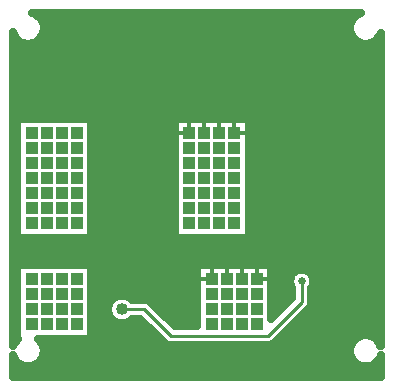
<source format=gbr>
G04 DipTrace 3.0.0.2*
G04 Bottom.gbr*
%MOIN*%
G04 #@! TF.FileFunction,Copper,L2,Bot*
G04 #@! TF.Part,Single*
G04 #@! TA.AperFunction,Conductor*
%ADD17C,0.01*%
G04 #@! TA.AperFunction,CopperBalancing*
%ADD19C,0.013*%
%ADD20C,0.025*%
G04 #@! TA.AperFunction,ComponentPad*
%ADD30R,0.044X0.044*%
G04 #@! TA.AperFunction,ViaPad*
%ADD32C,0.04*%
%ADD34C,0.026*%
%FSLAX26Y26*%
G04*
G70*
G90*
G75*
G01*
G04 Bottom*
%LPD*%
X794000Y656500D2*
D17*
X869000D1*
X956500Y569000D1*
X1281500D1*
X1393500Y681000D1*
Y750500D1*
D32*
X981500Y1406500D3*
X794000Y1381500D3*
X856500Y531500D3*
X1569000Y1294000D3*
Y881500D3*
X794000Y656500D3*
D34*
X1393500Y750500D3*
X529533Y1619131D2*
D20*
X1558467D1*
X535978Y1594262D2*
X1552022D1*
X529825Y1569394D2*
X1558175D1*
X434000Y1544525D2*
X463009D1*
X499991D2*
X1588009D1*
X1624991D2*
X1654025D1*
X434000Y1519656D2*
X1654025D1*
X434000Y1494787D2*
X1654025D1*
X434000Y1469919D2*
X1654025D1*
X434000Y1445050D2*
X1654025D1*
X434000Y1420181D2*
X1654025D1*
X434000Y1395312D2*
X1654025D1*
X434000Y1370444D2*
X1654025D1*
X434000Y1345575D2*
X1654025D1*
X434000Y1320706D2*
X1654025D1*
X434000Y1295837D2*
X1654025D1*
X434000Y1270969D2*
X442990D1*
X695010D2*
X967990D1*
X1220010D2*
X1654025D1*
X434000Y1246100D2*
X442990D1*
X695010D2*
X967990D1*
X1220010D2*
X1654025D1*
X434000Y1221231D2*
X442990D1*
X695010D2*
X967990D1*
X1220010D2*
X1654025D1*
X434000Y1196362D2*
X442990D1*
X695010D2*
X967990D1*
X1220010D2*
X1654025D1*
X434000Y1171493D2*
X442990D1*
X695010D2*
X967990D1*
X1220010D2*
X1654025D1*
X434000Y1146625D2*
X442990D1*
X695010D2*
X967990D1*
X1220010D2*
X1654025D1*
X434000Y1121756D2*
X442990D1*
X695010D2*
X967990D1*
X1220010D2*
X1654025D1*
X434000Y1096887D2*
X442990D1*
X695010D2*
X967990D1*
X1220010D2*
X1654025D1*
X434000Y1072018D2*
X442990D1*
X695010D2*
X967990D1*
X1220010D2*
X1654025D1*
X434000Y1047150D2*
X442990D1*
X695010D2*
X967990D1*
X1220010D2*
X1654025D1*
X434000Y1022281D2*
X442990D1*
X695010D2*
X967990D1*
X1220010D2*
X1654025D1*
X434000Y997412D2*
X442990D1*
X695010D2*
X967990D1*
X1220010D2*
X1654025D1*
X434000Y972543D2*
X442990D1*
X695010D2*
X967990D1*
X1220010D2*
X1654025D1*
X434000Y947675D2*
X442990D1*
X695010D2*
X967990D1*
X1220010D2*
X1654025D1*
X434000Y922806D2*
X442990D1*
X695010D2*
X967990D1*
X1220010D2*
X1654025D1*
X434000Y897937D2*
X442990D1*
X695010D2*
X967990D1*
X1220010D2*
X1654025D1*
X434000Y873068D2*
X1654025D1*
X434000Y848199D2*
X1654025D1*
X434000Y823331D2*
X1654025D1*
X434000Y798462D2*
X442990D1*
X695010D2*
X1042990D1*
X1295010D2*
X1654025D1*
X434000Y773593D2*
X442990D1*
X695010D2*
X1042990D1*
X1295010D2*
X1359591D1*
X1427433D2*
X1654025D1*
X434000Y748724D2*
X442990D1*
X695010D2*
X1042990D1*
X1295010D2*
X1352022D1*
X1434953D2*
X1654025D1*
X434000Y723856D2*
X442990D1*
X695010D2*
X1042990D1*
X1295010D2*
X1359493D1*
X1427482D2*
X1654025D1*
X434000Y698987D2*
X442990D1*
X695010D2*
X772579D1*
X815421D2*
X1042990D1*
X1295010D2*
X1359493D1*
X1427482D2*
X1654025D1*
X434000Y674118D2*
X442990D1*
X695010D2*
X748458D1*
X898429D2*
X1042990D1*
X1295010D2*
X1339571D1*
X1426749D2*
X1654025D1*
X434000Y649249D2*
X442990D1*
X695010D2*
X745577D1*
X923282D2*
X1042990D1*
X1295010D2*
X1314718D1*
X1408781D2*
X1654025D1*
X434000Y624381D2*
X442990D1*
X695010D2*
X757882D1*
X830118D2*
X854073D1*
X948135D2*
X1042990D1*
X1383927D2*
X1654025D1*
X434000Y599512D2*
X442990D1*
X695010D2*
X878975D1*
X1359025D2*
X1654025D1*
X434000Y574643D2*
X442990D1*
X695010D2*
X903829D1*
X1334171D2*
X1654025D1*
X525919Y549774D2*
X928682D1*
X1309318D2*
X1562081D1*
X535685Y524906D2*
X1552315D1*
X532413Y500037D2*
X1555587D1*
X434000Y475168D2*
X450997D1*
X512003D2*
X1575997D1*
X1637003D2*
X1654025D1*
X434000Y450299D2*
X1654025D1*
X533341Y1589920D2*
X532064Y1581861D1*
X529543Y1574100D1*
X525839Y1566829D1*
X521042Y1560228D1*
X515272Y1554458D1*
X508671Y1549661D1*
X501400Y1545957D1*
X493639Y1543436D1*
X485580Y1542159D1*
X477420D1*
X469361Y1543436D1*
X461600Y1545957D1*
X454329Y1549661D1*
X447728Y1554458D1*
X441958Y1560228D1*
X437161Y1566829D1*
X433457Y1574100D1*
X431486Y1579911D1*
X431500Y533307D1*
X435167Y542608D1*
X439430Y549566D1*
X444730Y555770D1*
X447130Y557990D1*
X445500Y558000D1*
Y805000D1*
X692500D1*
Y558000D1*
X515888D1*
X521042Y552772D1*
X525839Y546171D1*
X529543Y538900D1*
X532064Y531139D1*
X533341Y523080D1*
Y514920D1*
X532064Y506861D1*
X529543Y499100D1*
X525839Y491829D1*
X521042Y485228D1*
X515272Y479458D1*
X508671Y474661D1*
X501400Y470957D1*
X493639Y468436D1*
X485580Y467159D1*
X477420D1*
X469361Y468436D1*
X461600Y470957D1*
X454329Y474661D1*
X447728Y479458D1*
X441958Y485228D1*
X437161Y491829D1*
X433457Y499100D1*
X431486Y504911D1*
X431500Y431500D1*
X1656500D1*
Y504693D1*
X1652833Y495392D1*
X1648570Y488434D1*
X1643270Y482230D1*
X1637066Y476930D1*
X1630108Y472667D1*
X1622570Y469543D1*
X1614635Y467639D1*
X1606500Y466999D1*
X1598365Y467639D1*
X1590430Y469543D1*
X1582892Y472667D1*
X1575934Y476930D1*
X1569730Y482230D1*
X1564430Y488434D1*
X1560167Y495392D1*
X1557043Y502930D1*
X1555139Y510865D1*
X1554499Y519000D1*
X1555139Y527135D1*
X1557043Y535070D1*
X1560167Y542608D1*
X1564430Y549566D1*
X1569730Y555770D1*
X1575934Y561070D1*
X1582892Y565333D1*
X1590430Y568457D1*
X1598365Y570361D1*
X1606500Y571001D1*
X1614635Y570361D1*
X1622570Y568457D1*
X1630108Y565333D1*
X1637066Y561070D1*
X1643270Y555770D1*
X1648570Y549566D1*
X1652833Y542608D1*
X1655957Y535070D1*
X1656514Y533089D1*
X1656500Y1579693D1*
X1652833Y1570392D1*
X1648570Y1563434D1*
X1643270Y1557230D1*
X1637066Y1551930D1*
X1630108Y1547667D1*
X1622570Y1544543D1*
X1614635Y1542639D1*
X1606500Y1541999D1*
X1598365Y1542639D1*
X1590430Y1544543D1*
X1582892Y1547667D1*
X1575934Y1551930D1*
X1569730Y1557230D1*
X1564430Y1563434D1*
X1560167Y1570392D1*
X1557043Y1577930D1*
X1555139Y1585865D1*
X1554499Y1594000D1*
X1555139Y1602135D1*
X1557043Y1610070D1*
X1560167Y1617608D1*
X1564430Y1624566D1*
X1569730Y1630770D1*
X1575934Y1636070D1*
X1582892Y1640333D1*
X1590430Y1643457D1*
X1592411Y1644014D1*
X495807Y1644000D1*
X505108Y1640333D1*
X512066Y1636070D1*
X518270Y1630770D1*
X523570Y1624566D1*
X527833Y1617608D1*
X530957Y1610070D1*
X532861Y1602135D1*
X533501Y1594000D1*
X533341Y1589920D1*
X595479Y895500D2*
X445500D1*
Y1292500D1*
X692500D1*
Y1045500D1*
Y895500D1*
X495500Y895549D1*
X1117500Y895537D2*
X970500Y895500D1*
Y1292500D1*
X1217500D1*
X1217451Y1045500D1*
X1217500Y930000D1*
Y895500D1*
X1020500Y895549D1*
X1048000Y805000D2*
X1292500D1*
Y624483D1*
X1362012Y694060D1*
X1361949Y727576D1*
X1358751Y732794D1*
X1356409Y738449D1*
X1354980Y744399D1*
X1354500Y750500D1*
X1354980Y756601D1*
X1356409Y762551D1*
X1358751Y768206D1*
X1361949Y773424D1*
X1365923Y778077D1*
X1370576Y782051D1*
X1375794Y785249D1*
X1381449Y787591D1*
X1387399Y789020D1*
X1393500Y789500D1*
X1399601Y789020D1*
X1405551Y787591D1*
X1411206Y785249D1*
X1416424Y782051D1*
X1421077Y778077D1*
X1425051Y773424D1*
X1428249Y768206D1*
X1430591Y762551D1*
X1432020Y756601D1*
X1432500Y750500D1*
X1432020Y744399D1*
X1430591Y738449D1*
X1428249Y732794D1*
X1424986Y727492D1*
X1424903Y678529D1*
X1423458Y671266D1*
X1420358Y664541D1*
X1415774Y658726D1*
X1415526Y658496D1*
X1301958Y545047D1*
X1295801Y540933D1*
X1288853Y538370D1*
X1281500Y537500D1*
X1281163Y537513D1*
X954029Y537597D1*
X946766Y539042D1*
X940041Y542142D1*
X934226Y546726D1*
X933996Y546975D1*
X855954Y624999D1*
X828228Y625000D1*
X821332Y618881D1*
X815110Y615068D1*
X808369Y612276D1*
X801274Y610572D1*
X794000Y610000D1*
X786726Y610572D1*
X779631Y612276D1*
X772890Y615068D1*
X766668Y618881D1*
X761119Y623619D1*
X756381Y629168D1*
X752568Y635390D1*
X749776Y642131D1*
X748072Y649226D1*
X747500Y656500D1*
X748072Y663774D1*
X749776Y670869D1*
X752568Y677610D1*
X756381Y683832D1*
X761119Y689381D1*
X766668Y694119D1*
X772890Y697932D1*
X779631Y700724D1*
X786726Y702428D1*
X794000Y703000D1*
X801274Y702428D1*
X808369Y700724D1*
X815110Y697932D1*
X821332Y694119D1*
X826881Y689381D1*
X828168Y687988D1*
X871471Y687903D1*
X878734Y686458D1*
X885459Y683358D1*
X891274Y678774D1*
X891504Y678525D1*
X969546Y600501D1*
X1045513Y600500D1*
X1045549Y755000D1*
X1045500Y805000D1*
X1048000D1*
X1019000Y1292451D2*
D19*
Y1244000D1*
X970549D2*
X1019000D1*
X1069000Y1292451D2*
Y1244000D1*
X1119000Y1292451D2*
Y1244000D1*
X1169000Y1292451D2*
Y1244000D1*
X1217451D1*
X1094000Y804951D2*
Y756500D1*
X1045549D2*
X1094000D1*
X1144000Y804951D2*
Y756500D1*
X1194000Y804951D2*
Y756500D1*
X1244000Y804951D2*
Y756500D1*
X1292451D1*
D30*
X594000Y1044000D3*
Y994000D3*
Y944000D3*
Y1094000D3*
Y1144000D3*
Y1194000D3*
Y1244000D3*
X644000D3*
Y1194000D3*
Y1144000D3*
Y1094000D3*
Y1044000D3*
Y994000D3*
Y944000D3*
X544000Y1244000D3*
Y1194000D3*
Y1144000D3*
Y1094000D3*
Y1044000D3*
Y994000D3*
Y944000D3*
X494000D3*
Y994000D3*
Y1044000D3*
Y1094000D3*
Y1144000D3*
Y1194000D3*
Y1244000D3*
X1019000Y944000D3*
Y994000D3*
Y1044000D3*
Y1094000D3*
Y1144000D3*
Y1194000D3*
Y1244000D3*
X1069000D3*
Y1194000D3*
Y1144000D3*
Y1094000D3*
Y1044000D3*
Y994000D3*
Y944000D3*
X1119000D3*
Y994000D3*
Y1044000D3*
Y1094000D3*
Y1144000D3*
Y1194000D3*
Y1244000D3*
X1169000D3*
Y1194000D3*
Y1144000D3*
Y1094000D3*
Y1044000D3*
Y994000D3*
Y944000D3*
X644000Y756500D3*
X594000D3*
X544000D3*
X494000D3*
X644000Y706500D3*
X594000D3*
X544000D3*
X494000D3*
Y656500D3*
X544000D3*
X594000D3*
X644000D3*
Y606500D3*
X594000D3*
X544000D3*
X494000D3*
X1094000Y756500D3*
X1144000D3*
X1194000D3*
Y706500D3*
X1144000D3*
X1094000D3*
Y656500D3*
X1144000D3*
X1194000D3*
Y606500D3*
X1144000D3*
X1094000D3*
X1244000Y756500D3*
Y706500D3*
Y656500D3*
Y606500D3*
M02*

</source>
